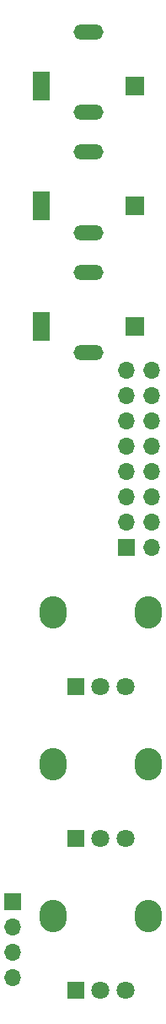
<source format=gbr>
%TF.GenerationSoftware,KiCad,Pcbnew,(5.1.8)-1*%
%TF.CreationDate,2021-01-03T22:56:05-05:00*%
%TF.ProjectId,LedController1,4c656443-6f6e-4747-926f-6c6c6572312e,rev?*%
%TF.SameCoordinates,Original*%
%TF.FileFunction,Soldermask,Top*%
%TF.FilePolarity,Negative*%
%FSLAX46Y46*%
G04 Gerber Fmt 4.6, Leading zero omitted, Abs format (unit mm)*
G04 Created by KiCad (PCBNEW (5.1.8)-1) date 2021-01-03 22:56:05*
%MOMM*%
%LPD*%
G01*
G04 APERTURE LIST*
%ADD10O,1.700000X1.700000*%
%ADD11R,1.700000X1.700000*%
%ADD12R,1.750000X3.000000*%
%ADD13R,1.850000X1.850000*%
%ADD14O,3.000000X1.524000*%
%ADD15O,2.720000X3.240000*%
%ADD16C,1.800000*%
%ADD17R,1.800000X1.800000*%
G04 APERTURE END LIST*
D10*
%TO.C,J5*%
X2540000Y-96520000D03*
X2540000Y-93980000D03*
X2540000Y-91440000D03*
D11*
X2540000Y-88900000D03*
%TD*%
D10*
%TO.C,J4*%
X16510000Y-35560000D03*
X13970000Y-35560000D03*
X16510000Y-38100000D03*
X13970000Y-38100000D03*
X16510000Y-40640000D03*
X13970000Y-40640000D03*
X16510000Y-43180000D03*
X13970000Y-43180000D03*
X16510000Y-45720000D03*
X13970000Y-45720000D03*
X16510000Y-48260000D03*
X13970000Y-48260000D03*
X16510000Y-50800000D03*
X13970000Y-50800000D03*
X16510000Y-53340000D03*
D11*
X13970000Y-53340000D03*
%TD*%
D12*
%TO.C,J3*%
X5460000Y-31080000D03*
D13*
X14860000Y-31080000D03*
D14*
X10160000Y-33780000D03*
X10160000Y-25680000D03*
%TD*%
D12*
%TO.C,J2*%
X5460000Y-19015000D03*
D13*
X14860000Y-19015000D03*
D14*
X10160000Y-21715000D03*
X10160000Y-13615000D03*
%TD*%
D12*
%TO.C,J1*%
X5460000Y-6950000D03*
D13*
X14860000Y-6950000D03*
D14*
X10160000Y-9650000D03*
X10160000Y-1550000D03*
%TD*%
D15*
%TO.C,RV3*%
X6590000Y-90290000D03*
X16190000Y-90290000D03*
D16*
X13890000Y-97790000D03*
X11390000Y-97790000D03*
D17*
X8890000Y-97790000D03*
%TD*%
D15*
%TO.C,RV2*%
X6590000Y-75050000D03*
X16190000Y-75050000D03*
D16*
X13890000Y-82550000D03*
X11390000Y-82550000D03*
D17*
X8890000Y-82550000D03*
%TD*%
D15*
%TO.C,RV1*%
X6590000Y-59810000D03*
X16190000Y-59810000D03*
D16*
X13890000Y-67310000D03*
X11390000Y-67310000D03*
D17*
X8890000Y-67310000D03*
%TD*%
M02*

</source>
